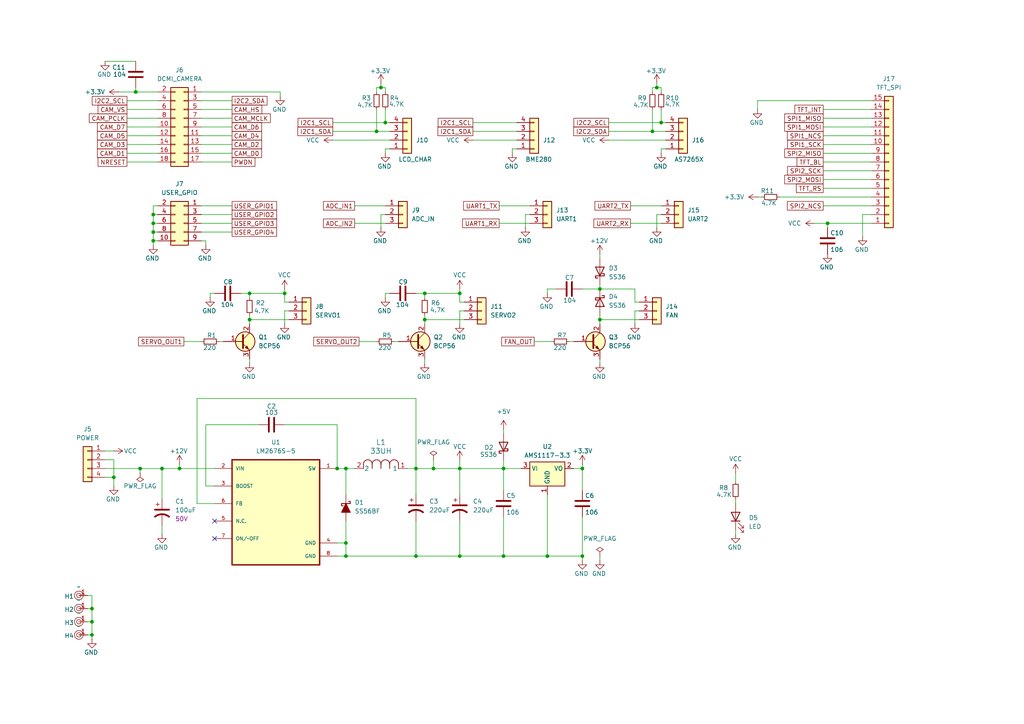
<source format=kicad_sch>
(kicad_sch (version 20250114) (generator "eeschema") (generator_version "9.0")
  (paper "A4")
  (junction (at 123.19 92.71))
  (junction (at 46.99 135.89))
  (junction (at 100.33 157.48))
  (junction (at 168.91 161.29))
  (junction (at 123.19 85.09))
  (junction (at 190.5 25.4))
  (junction (at 109.22 38.1))
  (junction (at 44.45 62.23))
  (junction (at 33.02 138.43))
  (junction (at 146.05 135.89))
  (junction (at 39.37 26.67))
  (junction (at 125.73 135.89))
  (junction (at 26.67 180.34))
  (junction (at 168.91 135.89))
  (junction (at 26.67 184.15))
  (junction (at 44.45 64.77))
  (junction (at 40.64 135.89))
  (junction (at 72.39 85.09))
  (junction (at 44.45 67.31))
  (junction (at 72.39 92.71))
  (junction (at 133.35 85.09))
  (junction (at 82.55 85.09))
  (junction (at 44.45 69.85))
  (junction (at 173.99 83.82))
  (junction (at 158.75 161.29))
  (junction (at 173.99 92.71))
  (junction (at 189.23 38.1))
  (junction (at 97.79 135.89))
  (junction (at 110.49 25.4))
  (junction (at 240.03 64.77))
  (junction (at 120.65 135.89))
  (junction (at 111.76 35.56))
  (junction (at 100.33 161.29))
  (junction (at 26.67 176.53))
  (junction (at 52.07 135.89))
  (junction (at 100.33 135.89))
  (junction (at 146.05 161.29))
  (junction (at 120.65 161.29))
  (junction (at 133.35 135.89))
  (junction (at 133.35 161.29))
  (junction (at 191.77 35.56))
  (no_connect (at 62.23 151.13))
  (no_connect (at 62.23 156.21))
  (wire (pts (xy 36.83 39.37) (xy 45.72 39.37)))
  (wire (pts (xy 226.06 57.15) (xy 252.73 57.15)))
  (wire (pts (xy 72.39 104.14) (xy 72.39 105.41)))
  (wire (pts (xy 133.35 83.82) (xy 133.35 85.09)))
  (wire (pts (xy 189.23 25.4) (xy 189.23 26.67)))
  (wire (pts (xy 190.5 66.04) (xy 190.5 62.23)))
  (wire (pts (xy 104.14 99.06) (xy 109.22 99.06)))
  (wire (pts (xy 111.76 85.09) (xy 111.76 86.36)))
  (wire (pts (xy 40.64 135.89) (xy 40.64 137.16)))
  (wire (pts (xy 168.91 142.24) (xy 168.91 135.89)))
  (wire (pts (xy 219.71 57.15) (xy 220.98 57.15)))
  (wire (pts (xy 191.77 59.69) (xy 182.88 59.69)))
  (wire (pts (xy 97.79 135.89) (xy 100.33 135.89)))
  (wire (pts (xy 113.03 43.18) (xy 111.76 43.18)))
  (wire (pts (xy 133.35 135.89) (xy 146.05 135.89)))
  (wire (pts (xy 44.45 62.23) (xy 44.45 64.77)))
  (wire (pts (xy 168.91 149.86) (xy 168.91 161.29)))
  (wire (pts (xy 30.48 130.81) (xy 33.02 130.81)))
  (wire (pts (xy 59.69 123.19) (xy 59.69 140.97)))
  (wire (pts (xy 111.76 59.69) (xy 102.87 59.69)))
  (wire (pts (xy 219.71 29.21) (xy 219.71 31.75)))
  (wire (pts (xy 63.5 99.06) (xy 64.77 99.06)))
  (wire (pts (xy 33.02 138.43) (xy 30.48 138.43)))
  (wire (pts (xy 39.37 26.67) (xy 45.72 26.67)))
  (wire (pts (xy 250.19 62.23) (xy 250.19 68.58)))
  (wire (pts (xy 69.85 85.09) (xy 72.39 85.09)))
  (wire (pts (xy 133.35 151.13) (xy 133.35 161.29)))
  (wire (pts (xy 149.86 43.18) (xy 148.59 43.18)))
  (wire (pts (xy 72.39 85.09) (xy 82.55 85.09)))
  (wire (pts (xy 26.67 176.53) (xy 26.67 180.34)))
  (wire (pts (xy 123.19 85.09) (xy 133.35 85.09)))
  (wire (pts (xy 190.5 25.4) (xy 189.23 25.4)))
  (wire (pts (xy 252.73 29.21) (xy 219.71 29.21)))
  (wire (pts (xy 67.31 39.37) (xy 58.42 39.37)))
  (wire (pts (xy 137.16 35.56) (xy 149.86 35.56)))
  (wire (pts (xy 82.55 85.09) (xy 82.55 87.63)))
  (wire (pts (xy 36.83 44.45) (xy 45.72 44.45)))
  (wire (pts (xy 123.19 92.71) (xy 123.19 93.98)))
  (wire (pts (xy 67.31 36.83) (xy 58.42 36.83)))
  (wire (pts (xy 148.59 43.18) (xy 148.59 44.45)))
  (wire (pts (xy 185.42 90.17) (xy 184.15 90.17)))
  (wire (pts (xy 252.73 41.91) (xy 238.76 41.91)))
  (wire (pts (xy 58.42 69.85) (xy 59.69 69.85)))
  (wire (pts (xy 173.99 91.44) (xy 173.99 92.71)))
  (wire (pts (xy 252.73 54.61) (xy 238.76 54.61)))
  (wire (pts (xy 30.48 133.35) (xy 33.02 133.35)))
  (wire (pts (xy 252.73 52.07) (xy 238.76 52.07)))
  (wire (pts (xy 25.4 176.53) (xy 26.67 176.53)))
  (wire (pts (xy 123.19 104.14) (xy 123.19 105.41)))
  (wire (pts (xy 97.79 157.48) (xy 100.33 157.48)))
  (wire (pts (xy 44.45 59.69) (xy 44.45 62.23)))
  (wire (pts (xy 111.76 25.4) (xy 110.49 25.4)))
  (wire (pts (xy 44.45 67.31) (xy 45.72 67.31)))
  (wire (pts (xy 82.55 83.82) (xy 82.55 85.09)))
  (wire (pts (xy 44.45 62.23) (xy 45.72 62.23)))
  (wire (pts (xy 120.65 135.89) (xy 120.65 115.57)))
  (wire (pts (xy 120.65 135.89) (xy 125.73 135.89)))
  (wire (pts (xy 193.04 40.64) (xy 176.53 40.64)))
  (wire (pts (xy 168.91 83.82) (xy 173.99 83.82)))
  (wire (pts (xy 100.33 135.89) (xy 102.87 135.89)))
  (wire (pts (xy 46.99 135.89) (xy 52.07 135.89)))
  (wire (pts (xy 123.19 92.71) (xy 134.62 92.71)))
  (wire (pts (xy 46.99 135.89) (xy 46.99 144.78)))
  (wire (pts (xy 168.91 161.29) (xy 158.75 161.29)))
  (wire (pts (xy 72.39 86.36) (xy 72.39 85.09)))
  (wire (pts (xy 190.5 62.23) (xy 191.77 62.23)))
  (wire (pts (xy 114.3 99.06) (xy 115.57 99.06)))
  (wire (pts (xy 44.45 69.85) (xy 45.72 69.85)))
  (wire (pts (xy 25.4 180.34) (xy 26.67 180.34)))
  (wire (pts (xy 82.55 123.19) (xy 97.79 123.19)))
  (wire (pts (xy 44.45 64.77) (xy 44.45 67.31)))
  (wire (pts (xy 252.73 31.75) (xy 238.76 31.75)))
  (wire (pts (xy 173.99 83.82) (xy 184.15 83.82)))
  (wire (pts (xy 67.31 41.91) (xy 58.42 41.91)))
  (wire (pts (xy 134.62 90.17) (xy 133.35 90.17)))
  (wire (pts (xy 83.82 90.17) (xy 82.55 90.17)))
  (wire (pts (xy 72.39 91.44) (xy 72.39 92.71)))
  (wire (pts (xy 44.45 64.77) (xy 45.72 64.77)))
  (wire (pts (xy 26.67 184.15) (xy 26.67 185.42)))
  (wire (pts (xy 110.49 62.23) (xy 110.49 66.04)))
  (wire (pts (xy 113.03 35.56) (xy 111.76 35.56)))
  (wire (pts (xy 59.69 140.97) (xy 62.23 140.97)))
  (wire (pts (xy 26.67 180.34) (xy 26.67 184.15)))
  (wire (pts (xy 153.67 64.77) (xy 144.78 64.77)))
  (wire (pts (xy 193.04 35.56) (xy 191.77 35.56)))
  (wire (pts (xy 120.65 135.89) (xy 120.65 143.51)))
  (wire (pts (xy 110.49 24.13) (xy 110.49 25.4)))
  (wire (pts (xy 30.48 135.89) (xy 40.64 135.89)))
  (wire (pts (xy 190.5 24.13) (xy 190.5 25.4)))
  (wire (pts (xy 82.55 90.17) (xy 82.55 93.98)))
  (wire (pts (xy 123.19 86.36) (xy 123.19 85.09)))
  (wire (pts (xy 213.36 144.78) (xy 213.36 146.05)))
  (wire (pts (xy 67.31 59.69) (xy 58.42 59.69)))
  (wire (pts (xy 39.37 25.4) (xy 39.37 26.67)))
  (wire (pts (xy 36.83 31.75) (xy 45.72 31.75)))
  (wire (pts (xy 109.22 31.75) (xy 109.22 38.1)))
  (wire (pts (xy 193.04 38.1) (xy 189.23 38.1)))
  (wire (pts (xy 120.65 85.09) (xy 123.19 85.09)))
  (wire (pts (xy 67.31 31.75) (xy 58.42 31.75)))
  (wire (pts (xy 118.11 135.89) (xy 120.65 135.89)))
  (wire (pts (xy 40.64 135.89) (xy 46.99 135.89)))
  (wire (pts (xy 36.83 34.29) (xy 45.72 34.29)))
  (wire (pts (xy 184.15 90.17) (xy 184.15 93.98)))
  (wire (pts (xy 67.31 67.31) (xy 58.42 67.31)))
  (wire (pts (xy 134.62 87.63) (xy 133.35 87.63)))
  (wire (pts (xy 97.79 123.19) (xy 97.79 135.89)))
  (wire (pts (xy 173.99 92.71) (xy 173.99 93.98)))
  (wire (pts (xy 185.42 87.63) (xy 184.15 87.63)))
  (wire (pts (xy 252.73 49.53) (xy 238.76 49.53)))
  (wire (pts (xy 57.15 115.57) (xy 57.15 146.05)))
  (wire (pts (xy 26.67 172.72) (xy 26.67 176.53)))
  (wire (pts (xy 44.45 67.31) (xy 44.45 69.85)))
  (wire (pts (xy 83.82 87.63) (xy 82.55 87.63)))
  (wire (pts (xy 111.76 43.18) (xy 111.76 44.45)))
  (wire (pts (xy 111.76 26.67) (xy 111.76 25.4)))
  (wire (pts (xy 113.03 40.64) (xy 96.52 40.64)))
  (wire (pts (xy 173.99 161.29) (xy 173.99 162.56)))
  (wire (pts (xy 152.4 62.23) (xy 153.67 62.23)))
  (wire (pts (xy 252.73 62.23) (xy 250.19 62.23)))
  (wire (pts (xy 111.76 62.23) (xy 110.49 62.23)))
  (wire (pts (xy 52.07 135.89) (xy 62.23 135.89)))
  (wire (pts (xy 133.35 135.89) (xy 133.35 143.51)))
  (wire (pts (xy 191.77 31.75) (xy 191.77 35.56)))
  (wire (pts (xy 252.73 59.69) (xy 238.76 59.69)))
  (wire (pts (xy 168.91 134.62) (xy 168.91 135.89)))
  (wire (pts (xy 125.73 133.35) (xy 125.73 135.89)))
  (wire (pts (xy 53.34 99.06) (xy 58.42 99.06)))
  (wire (pts (xy 109.22 38.1) (xy 113.03 38.1)))
  (wire (pts (xy 33.02 133.35) (xy 33.02 138.43)))
  (wire (pts (xy 191.77 26.67) (xy 191.77 25.4)))
  (wire (pts (xy 109.22 25.4) (xy 109.22 26.67)))
  (wire (pts (xy 72.39 92.71) (xy 72.39 93.98)))
  (wire (pts (xy 252.73 46.99) (xy 238.76 46.99)))
  (wire (pts (xy 146.05 135.89) (xy 146.05 142.24)))
  (wire (pts (xy 146.05 124.46) (xy 146.05 125.73)))
  (wire (pts (xy 96.52 38.1) (xy 109.22 38.1)))
  (wire (pts (xy 57.15 146.05) (xy 62.23 146.05)))
  (wire (pts (xy 240.03 64.77) (xy 236.22 64.77)))
  (wire (pts (xy 25.4 172.72) (xy 26.67 172.72)))
  (wire (pts (xy 149.86 40.64) (xy 137.16 40.64)))
  (wire (pts (xy 60.96 85.09) (xy 60.96 86.36)))
  (wire (pts (xy 133.35 90.17) (xy 133.35 93.98)))
  (wire (pts (xy 252.73 36.83) (xy 238.76 36.83)))
  (wire (pts (xy 168.91 135.89) (xy 166.37 135.89)))
  (wire (pts (xy 67.31 34.29) (xy 58.42 34.29)))
  (wire (pts (xy 153.67 59.69) (xy 144.78 59.69)))
  (wire (pts (xy 173.99 73.66) (xy 173.99 74.93)))
  (wire (pts (xy 72.39 92.71) (xy 83.82 92.71)))
  (wire (pts (xy 240.03 64.77) (xy 240.03 66.04)))
  (wire (pts (xy 36.83 41.91) (xy 45.72 41.91)))
  (wire (pts (xy 58.42 29.21) (xy 67.31 29.21)))
  (wire (pts (xy 173.99 92.71) (xy 185.42 92.71)))
  (wire (pts (xy 191.77 64.77) (xy 182.88 64.77)))
  (wire (pts (xy 252.73 64.77) (xy 240.03 64.77)))
  (wire (pts (xy 133.35 133.35) (xy 133.35 135.89)))
  (wire (pts (xy 189.23 31.75) (xy 189.23 38.1)))
  (wire (pts (xy 100.33 143.51) (xy 100.33 135.89)))
  (wire (pts (xy 44.45 69.85) (xy 44.45 71.12)))
  (wire (pts (xy 252.73 34.29) (xy 238.76 34.29)))
  (wire (pts (xy 125.73 135.89) (xy 133.35 135.89)))
  (wire (pts (xy 59.69 69.85) (xy 59.69 71.12)))
  (wire (pts (xy 100.33 161.29) (xy 100.33 157.48)))
  (wire (pts (xy 52.07 134.62) (xy 52.07 135.89)))
  (wire (pts (xy 81.28 27.94) (xy 81.28 26.67)))
  (wire (pts (xy 36.83 46.99) (xy 45.72 46.99)))
  (wire (pts (xy 111.76 35.56) (xy 96.52 35.56)))
  (wire (pts (xy 100.33 157.48) (xy 100.33 151.13)))
  (wire (pts (xy 36.83 36.83) (xy 45.72 36.83)))
  (wire (pts (xy 184.15 83.82) (xy 184.15 87.63)))
  (wire (pts (xy 158.75 83.82) (xy 158.75 85.09)))
  (wire (pts (xy 110.49 25.4) (xy 109.22 25.4)))
  (wire (pts (xy 81.28 26.67) (xy 58.42 26.67)))
  (wire (pts (xy 113.03 85.09) (xy 111.76 85.09)))
  (wire (pts (xy 30.48 17.78) (xy 39.37 17.78)))
  (wire (pts (xy 165.1 99.06) (xy 166.37 99.06)))
  (wire (pts (xy 213.36 137.16) (xy 213.36 139.7)))
  (wire (pts (xy 111.76 31.75) (xy 111.76 35.56)))
  (wire (pts (xy 120.65 151.13) (xy 120.65 161.29)))
  (wire (pts (xy 146.05 133.35) (xy 146.05 135.89)))
  (wire (pts (xy 62.23 85.09) (xy 60.96 85.09)))
  (wire (pts (xy 33.02 140.97) (xy 33.02 138.43)))
  (wire (pts (xy 191.77 25.4) (xy 190.5 25.4)))
  (wire (pts (xy 189.23 38.1) (xy 176.53 38.1)))
  (wire (pts (xy 67.31 46.99) (xy 58.42 46.99)))
  (wire (pts (xy 191.77 43.18) (xy 191.77 44.45)))
  (wire (pts (xy 168.91 161.29) (xy 168.91 162.56)))
  (wire (pts (xy 45.72 59.69) (xy 44.45 59.69)))
  (wire (pts (xy 137.16 38.1) (xy 149.86 38.1)))
  (wire (pts (xy 102.87 64.77) (xy 111.76 64.77)))
  (wire (pts (xy 252.73 39.37) (xy 238.76 39.37)))
  (wire (pts (xy 67.31 64.77) (xy 58.42 64.77)))
  (wire (pts (xy 173.99 104.14) (xy 173.99 105.41)))
  (wire (pts (xy 158.75 161.29) (xy 146.05 161.29)))
  (wire (pts (xy 46.99 152.4) (xy 46.99 154.94)))
  (wire (pts (xy 154.94 99.06) (xy 160.02 99.06)))
  (wire (pts (xy 146.05 149.86) (xy 146.05 161.29)))
  (wire (pts (xy 123.19 91.44) (xy 123.19 92.71)))
  (wire (pts (xy 25.4 184.15) (xy 26.67 184.15)))
  (wire (pts (xy 133.35 161.29) (xy 120.65 161.29)))
  (wire (pts (xy 158.75 143.51) (xy 158.75 161.29)))
  (wire (pts (xy 193.04 43.18) (xy 191.77 43.18)))
  (wire (pts (xy 120.65 115.57) (xy 57.15 115.57)))
  (wire (pts (xy 67.31 44.45) (xy 58.42 44.45)))
  (wire (pts (xy 97.79 161.29) (xy 100.33 161.29)))
  (wire (pts (xy 252.73 44.45) (xy 238.76 44.45)))
  (wire (pts (xy 146.05 135.89) (xy 151.13 135.89)))
  (wire (pts (xy 120.65 161.29) (xy 100.33 161.29)))
  (wire (pts (xy 213.36 153.67) (xy 213.36 154.94)))
  (wire (pts (xy 173.99 82.55) (xy 173.99 83.82)))
  (wire (pts (xy 152.4 66.04) (xy 152.4 62.23)))
  (wire (pts (xy 67.31 62.23) (xy 58.42 62.23)))
  (wire (pts (xy 74.93 123.19) (xy 59.69 123.19)))
  (wire (pts (xy 161.29 83.82) (xy 158.75 83.82)))
  (wire (pts (xy 191.77 35.56) (xy 176.53 35.56)))
  (wire (pts (xy 146.05 161.29) (xy 133.35 161.29)))
  (wire (pts (xy 36.83 29.21) (xy 45.72 29.21)))
  (wire (pts (xy 34.29 26.67) (xy 39.37 26.67)))
  (wire (pts (xy 133.35 85.09) (xy 133.35 87.63)))
  (global_label "SPI1_MISO" (shape passive) (at 238.76 34.29 180) (property "Intersheetrefs" "${INTERSHEET_REFS}" (effects (hide yes))))
  (global_label "CAM_D0" (shape passive) (at 67.31 44.45 0) (property "Intersheetrefs" "${INTERSHEET_REFS}" (effects (hide yes))))
  (global_label "USER_GPIO4" (shape passive) (at 67.31 67.31 0) (property "Intersheetrefs" "${INTERSHEET_REFS}" (effects (hide yes))))
  (global_label "ADC_IN1" (shape passive) (at 102.87 59.69 180) (property "Intersheetrefs" "${INTERSHEET_REFS}" (effects (hide yes))))
  (global_label "USER_GPIO2" (shape passive) (at 67.31 62.23 0) (property "Intersheetrefs" "${INTERSHEET_REFS}" (effects (hide yes))))
  (global_label "CAM_D6" (shape passive) (at 67.31 36.83 0) (property "Intersheetrefs" "${INTERSHEET_REFS}" (effects (hide yes))))
  (global_label "UART1_TX" (shape passive) (at 144.78 59.69 180) (property "Intersheetrefs" "${INTERSHEET_REFS}" (effects (hide yes))))
  (global_label "I2C1_SCL" (shape passive) (at 137.16 35.56 180) (property "Intersheetrefs" "${INTERSHEET_REFS}" (effects (hide yes))))
  (global_label "UART2_TX" (shape passive) (at 182.88 59.69 180) (property "Intersheetrefs" "${INTERSHEET_REFS}" (effects (hide yes))))
  (global_label "SPI1_SCK" (shape passive) (at 238.76 41.91 180) (property "Intersheetrefs" "${INTERSHEET_REFS}" (effects (hide yes))))
  (global_label "CAM_D1" (shape passive) (at 36.83 44.45 180) (property "Intersheetrefs" "${INTERSHEET_REFS}" (effects (hide yes))))
  (global_label "SPI1_MOSI" (shape passive) (at 238.76 36.83 180) (property "Intersheetrefs" "${INTERSHEET_REFS}" (effects (hide yes))))
  (global_label "CAM_D3" (shape passive) (at 36.83 41.91 180) (property "Intersheetrefs" "${INTERSHEET_REFS}" (effects (hide yes))))
  (global_label "CAM_VS" (shape passive) (at 36.83 31.75 180) (property "Intersheetrefs" "${INTERSHEET_REFS}" (effects (hide yes))))
  (global_label "I2C1_SCL" (shape passive) (at 96.52 35.56 180) (property "Intersheetrefs" "${INTERSHEET_REFS}" (effects (hide yes))))
  (global_label "CAM_HS" (shape passive) (at 67.31 31.75 0) (property "Intersheetrefs" "${INTERSHEET_REFS}" (effects (hide yes))))
  (global_label "SPI2_SCK" (shape passive) (at 238.76 49.53 180) (property "Intersheetrefs" "${INTERSHEET_REFS}" (effects (hide yes))))
  (global_label "I2C2_SDA" (shape passive) (at 67.31 29.21 0) (property "Intersheetrefs" "${INTERSHEET_REFS}" (effects (hide yes))))
  (global_label "CAM_PCLK" (shape passive) (at 36.83 34.29 180) (property "Intersheetrefs" "${INTERSHEET_REFS}" (effects (hide yes))))
  (global_label "I2C1_SDA" (shape passive) (at 137.16 38.1 180) (property "Intersheetrefs" "${INTERSHEET_REFS}" (effects (hide yes))))
  (global_label "USER_GPIO1" (shape passive) (at 67.31 59.69 0) (property "Intersheetrefs" "${INTERSHEET_REFS}" (effects (hide yes))))
  (global_label "PWDN" (shape passive) (at 67.31 46.99 0) (property "Intersheetrefs" "${INTERSHEET_REFS}" (effects (hide yes))))
  (global_label "SPI2_NCS" (shape passive) (at 238.76 59.69 180) (property "Intersheetrefs" "${INTERSHEET_REFS}" (effects (hide yes))))
  (global_label "TFT_INT" (shape passive) (at 238.76 31.75 180) (property "Intersheetrefs" "${INTERSHEET_REFS}" (effects (hide yes))))
  (global_label "TFT_RS" (shape passive) (at 238.76 54.61 180) (property "Intersheetrefs" "${INTERSHEET_REFS}" (effects (hide yes))))
  (global_label "USER_GPIO3" (shape passive) (at 67.31 64.77 0) (property "Intersheetrefs" "${INTERSHEET_REFS}" (effects (hide yes))))
  (global_label "I2C1_SDA" (shape passive) (at 96.52 38.1 180) (property "Intersheetrefs" "${INTERSHEET_REFS}" (effects (hide yes))))
  (global_label "NRESET" (shape passive) (at 36.83 46.99 180) (property "Intersheetrefs" "${INTERSHEET_REFS}" (effects (hide yes))))
  (global_label "CAM_D2" (shape passive) (at 67.31 41.91 0) (property "Intersheetrefs" "${INTERSHEET_REFS}" (effects (hide yes))))
  (global_label "CAM_D4" (shape passive) (at 67.31 39.37 0) (property "Intersheetrefs" "${INTERSHEET_REFS}" (effects (hide yes))))
  (global_label "I2C2_SCL" (shape passive) (at 176.53 35.56 180) (property "Intersheetrefs" "${INTERSHEET_REFS}" (effects (hide yes))))
  (global_label "CAM_D5" (shape passive) (at 36.83 39.37 180) (property "Intersheetrefs" "${INTERSHEET_REFS}" (effects (hide yes))))
  (global_label "ADC_IN2" (shape passive) (at 102.87 64.77 180) (property "Intersheetrefs" "${INTERSHEET_REFS}" (effects (hide yes))))
  (global_label "I2C2_SDA" (shape passive) (at 176.53 38.1 180) (property "Intersheetrefs" "${INTERSHEET_REFS}" (effects (hide yes))))
  (global_label "UART1_RX" (shape passive) (at 144.78 64.77 180) (property "Intersheetrefs" "${INTERSHEET_REFS}" (effects (hide yes))))
  (global_label "SPI2_MISO" (shape passive) (at 238.76 44.45 180) (property "Intersheetrefs" "${INTERSHEET_REFS}" (effects (hide yes))))
  (global_label "SERVO_OUT2" (shape passive) (at 104.14 99.06 180) (property "Intersheetrefs" "${INTERSHEET_REFS}" (effects (hide yes))))
  (global_label "SPI1_NCS" (shape passive) (at 238.76 39.37 180) (property "Intersheetrefs" "${INTERSHEET_REFS}" (effects (hide yes))))
  (global_label "SPI2_MOSI" (shape passive) (at 238.76 52.07 180) (property "Intersheetrefs" "${INTERSHEET_REFS}" (effects (hide yes))))
  (global_label "I2C2_SCL" (shape passive) (at 36.83 29.21 180) (property "Intersheetrefs" "${INTERSHEET_REFS}" (effects (hide yes))))
  (global_label "FAN_OUT" (shape passive) (at 154.94 99.06 180) (property "Intersheetrefs" "${INTERSHEET_REFS}" (effects (hide yes))))
  (global_label "CAM_D7" (shape passive) (at 36.83 36.83 180) (property "Intersheetrefs" "${INTERSHEET_REFS}" (effects (hide yes))))
  (global_label "SERVO_OUT1" (shape passive) (at 53.34 99.06 180) (property "Intersheetrefs" "${INTERSHEET_REFS}" (effects (hide yes))))
  (global_label "CAM_MCLK" (shape passive) (at 67.31 34.29 0) (property "Intersheetrefs" "${INTERSHEET_REFS}" (effects (hide yes))))
  (global_label "TFT_BL" (shape passive) (at 238.76 46.99 180) (property "Intersheetrefs" "${INTERSHEET_REFS}" (effects (hide yes))))
  (global_label "UART2_RX" (shape passive) (at 182.88 64.77 180) (property "Intersheetrefs" "${INTERSHEET_REFS}" (effects (hide yes))))
  (symbol (lib_id "EggClassifier:Conn_01x04") (at 118.11 40.64 0) (mirror x) (unit 1)
    (property "Reference" "J10" (at 120.65 40.6401 0) (effects (justify left)))
    (property "Value" "LCD_CHAR" (at 115.57 46.228 0) (effects (justify left)))
    (property "Footprint" "Connector_PinHeader_2.54mm:PinHeader_1x04_P2.54mm_Vertical" (effects (hide yes)))
    (property "Description" "Generic connector, single row, 01x04, script generated (kicad-library-utils/schlib/autogen/connector/)" (effects (hide yes)))
  )
  (symbol (lib_id "EggClassifier:SS56BF") (at 100.33 147.32 90) (unit 1)
    (property "Reference" "D1" (at 102.87 145.7324 90) (effects (justify right)))
    (property "Value" "SS56BF" (at 102.87 148.2724 90) (effects (justify right)))
    (property "Footprint" "Diode_SMD:D_SMB_Handsoldering" (effects (hide yes)))
    (property "Datasheet" "https://www.tme.eu/Document/6412ffdaeed322d7a1a1f8a5a897e17d/SS52BF_SER.pdf" (effects (hide yes)))
    (property "Description" "SMBFL Schottky diode, 60V, 5A, Alternate KiCAD Library" (effects (hide yes)))
  )
  (symbol (lib_id "LM2676S-3.3_NOPB:GND") (at 148.59 44.45 0) (unit 1)
    (property "Reference" "#PWR040" (effects (hide yes)))
    (property "Value" "GND" (at 148.336 48.26 0))
    (property "Description" "Power symbol creates a global label with name \"GND\" , ground" (effects (hide yes)))
  )
  (symbol (lib_id "EggClassifier:BCP56") (at 120.65 99.06 0) (unit 1)
    (property "Reference" "Q2" (at 125.73 97.7899 0) (effects (justify left)))
    (property "Value" "BCP56" (at 125.73 100.3299 0) (effects (justify left)))
    (property "Footprint" "PCM_Package_TO_SOT_SMD_AKL:SOT-223-3_TabPin2" (effects (hide yes)))
    (property "Datasheet" "https://www.tme.eu/Document/9f648c7400c8a9dc245c9deb941956b8/BCP56-10.115.pdf" (effects (hide yes)))
    (property "Description" "NPN SOT-223 transistor, 80V, 1A, 0.65W, Alternate KiCAD Library" (effects (hide yes)))
  )
  (symbol (lib_id "EggClassifier:Conn_01x04") (at 25.4 133.35 0) (mirror y) (unit 1)
    (property "Reference" "J5" (at 25.4 124.46 0))
    (property "Value" "POWER" (at 25.4 127 0))
    (property "Footprint" "Connector_PinHeader_2.54mm:PinHeader_1x04_P2.54mm_Vertical" (effects (hide yes)))
    (property "Description" "Generic connector, single row, 01x04, script generated (kicad-library-utils/schlib/autogen/connector/)" (effects (hide yes)))
  )
  (symbol (lib_id "EggClassifier:Mounting Hole, 3mm, Via Stiched") (at 22.86 176.53 0) (mirror y) (unit 1)
    (property "Reference" "H2" (at 20.066 176.784 0))
    (property "Value" "~" (at 22.86 173.99 0))
    (property "Footprint" "PCM_JLCPCB:Hole, 3mm" (effects (hide yes)))
  )
  (symbol (lib_id "EggClassifier:R_Small") (at 123.19 88.9 0) (unit 1)
    (property "Reference" "R6" (at 124.968 87.884 0) (effects (justify left)))
    (property "Value" "4.7K" (at 124.714 89.916 0) (effects (justify left)))
    (property "Footprint" "Resistor_SMD:R_0805_2012Metric_Pad1.20x1.40mm_HandSolder" (effects (hide yes)))
    (property "Description" "Resistor, small symbol" (effects (hide yes)))
  )
  (symbol (lib_id "EggClassifier:C") (at 116.84 85.09 270) (unit 1)
    (property "Reference" "C9" (at 115.57 81.788 90) (effects (justify left)))
    (property "Value" "104" (at 114.808 88.392 90) (effects (justify left)))
    (property "Footprint" "Capacitor_SMD:C_0805_2012Metric_Pad1.18x1.45mm_HandSolder" (effects (hide yes)))
    (property "Description" "Unpolarized capacitor" (effects (hide yes)))
  )
  (symbol (lib_id "EggClassifier:C_Polarized") (at 46.99 148.59 0) (unit 1)
    (property "Reference" "C1" (at 50.8 145.4149 0) (effects (justify left)))
    (property "Value" "100uF" (at 50.8 147.9549 0) (effects (justify left)))
    (property "Footprint" "Capacitor_THT:CP_Radial_D8.0mm_P3.50mm" (effects (hide yes)))
    (property "Datasheet" "[link text](https://cdn.sparkfun.com/assets/8/a/4/a/5/Kemet_Capacitor_Datasheet.pdf)" (effects (hide yes)))
    (property "Description" "Polarized capacitor, US symbol" (effects (hide yes)))
    (property "PROD_ID" "CAP-00000" (effects (hide yes)))
    (property "Tolerance" "100%" (effects (hide yes)))
    (property "Voltage" "50V" (at 50.8 150.4949 0) (effects (justify left)))
  )
  (symbol (lib_id "LM2676S-3.3_NOPB:+3.3V") (at 190.5 24.13 0) (unit 1)
    (property "Reference" "#PWR050" (effects (hide yes)))
    (property "Value" "+3.3V" (at 190.246 20.574 0))
    (property "Description" "Power symbol creates a global label with name \"+3.3V\"" (effects (hide yes)))
  )
  (symbol (lib_id "LM2676S-3.3_NOPB:PWR_FLAG") (at 173.99 161.29 0) (unit 1)
    (property "Reference" "#FLG01" (effects (hide yes)))
    (property "Value" "PWR_FLAG" (at 173.99 156.21 0))
    (property "Description" "Special symbol for telling ERC where power comes from" (effects (hide yes)))
  )
  (symbol (lib_id "LM2676S-3.3_NOPB:GND") (at 111.76 44.45 0) (unit 1)
    (property "Reference" "#PWR033" (effects (hide yes)))
    (property "Value" "GND" (at 111.506 48.26 0))
    (property "Description" "Power symbol creates a global label with name \"GND\" , ground" (effects (hide yes)))
  )
  (symbol (lib_id "LM2676S-3.3_NOPB:GND") (at 173.99 105.41 0) (unit 1)
    (property "Reference" "#PWR045" (effects (hide yes)))
    (property "Value" "GND" (at 173.736 109.22 0))
    (property "Description" "Power symbol creates a global label with name \"GND\" , ground" (effects (hide yes)))
  )
  (symbol (lib_id "EggClassifier:C_Polarized_US") (at 133.35 147.32 0) (unit 1)
    (property "Reference" "C4" (at 137.16 145.4149 0) (effects (justify left)))
    (property "Value" "220uF" (at 137.16 147.9549 0) (effects (justify left)))
    (property "Footprint" "Capacitor_THT:CP_Radial_D8.0mm_P3.50mm" (effects (hide yes)))
    (property "Description" "Polarized capacitor, US symbol" (effects (hide yes)))
  )
  (symbol (lib_id "EggClassifier:SS36") (at 173.99 87.63 270) (unit 1)
    (property "Reference" "D4" (at 176.53 86.0424 90) (effects (justify left)))
    (property "Value" "SS36" (at 176.53 88.5824 90) (effects (justify left)))
    (property "Footprint" "Diode_SMD:D_SMA_Handsoldering" (effects (hide yes)))
    (property "Datasheet" "https://www.vishay.com/docs/88751/ss32.pdf" (effects (hide yes)))
    (property "Description" "60V 3A Schottky Diode, SMA" (effects (hide yes)))
  )
  (symbol (lib_id "LM2676S-3.3_NOPB:GND") (at 81.28 27.94 0) (unit 1)
    (property "Reference" "#PWR027" (effects (hide yes)))
    (property "Value" "GND" (at 81.026 31.75 0))
    (property "Description" "Power symbol creates a global label with name \"GND\" , ground" (effects (hide yes)))
  )
  (symbol (lib_id "LM2676S-3.3_NOPB:+3.3V") (at 96.52 40.64 90) (unit 1)
    (property "Reference" "#PWR030" (effects (hide yes)))
    (property "Value" "VCC" (at 92.71 40.6399 90) (effects (justify left)))
    (property "Description" "Power symbol creates a global label with name \"+3.3V\"" (effects (hide yes)))
  )
  (symbol (lib_id "EggClassifier:Conn_01x03") (at 190.5 90.17 0) (unit 1)
    (property "Reference" "J14" (at 193.04 88.8999 0) (effects (justify left)))
    (property "Value" "FAN" (at 193.04 91.4399 0) (effects (justify left)))
    (property "Footprint" "Connector_PinHeader_2.54mm:PinHeader_1x03_P2.54mm_Vertical" (effects (hide yes)))
    (property "Description" "Generic connector, single row, 01x03, script generated (kicad-library-utils/schlib/autogen/connector/)" (effects (hide yes)))
  )
  (symbol (lib_id "LM2676S-3.3_NOPB:GND") (at 184.15 93.98 0) (unit 1)
    (property "Reference" "#PWR047" (effects (hide yes)))
    (property "Value" "GND" (at 183.896 97.79 0))
    (property "Description" "Power symbol creates a global label with name \"GND\" , ground" (effects (hide yes)))
  )
  (symbol (lib_id "LM2676S-3.3_NOPB:GND") (at 191.77 44.45 0) (unit 1)
    (property "Reference" "#PWR052" (effects (hide yes)))
    (property "Value" "GND" (at 191.516 48.26 0))
    (property "Description" "Power symbol creates a global label with name \"GND\" , ground" (effects (hide yes)))
  )
  (symbol (lib_id "EggClassifier:Conn_01x04") (at 198.12 40.64 0) (mirror x) (unit 1)
    (property "Reference" "J16" (at 200.66 40.6401 0) (effects (justify left)))
    (property "Value" "AS7265X" (at 195.58 46.228 0) (effects (justify left)))
    (property "Footprint" "Connector_PinHeader_2.54mm:PinHeader_1x04_P2.54mm_Vertical" (effects (hide yes)))
    (property "Description" "Generic connector, single row, 01x04, script generated (kicad-library-utils/schlib/autogen/connector/)" (effects (hide yes)))
  )
  (symbol (lib_id "LM2676S-3.3_NOPB:GND") (at 46.99 154.94 0) (unit 1)
    (property "Reference" "#PWR023" (effects (hide yes)))
    (property "Value" "GND" (at 46.736 158.75 0))
    (property "Description" "Power symbol creates a global label with name \"GND\" , ground" (effects (hide yes)))
  )
  (symbol (lib_id "LM2676S-3.3_NOPB:+5V") (at 146.05 124.46 0) (unit 1)
    (property "Reference" "#PWR039" (effects (hide yes)))
    (property "Value" "+5V" (at 146.05 119.38 0))
    (property "Description" "Power symbol creates a global label with name \"+5V\"" (effects (hide yes)))
  )
  (symbol (lib_id "EggClassifier:Conn_01x04") (at 154.94 40.64 0) (mirror x) (unit 1)
    (property "Reference" "J12" (at 157.48 40.6401 0) (effects (justify left)))
    (property "Value" "BME280" (at 152.4 46.228 0) (effects (justify left)))
    (property "Footprint" "Connector_PinHeader_2.54mm:PinHeader_1x04_P2.54mm_Vertical" (effects (hide yes)))
    (property "Description" "Generic connector, single row, 01x04, script generated (kicad-library-utils/schlib/autogen/connector/)" (effects (hide yes)))
  )
  (symbol (lib_id "LM2676S-3.3_NOPB:PWR_FLAG") (at 40.64 137.16 180) (unit 1)
    (property "Reference" "#FLG03" (effects (hide yes)))
    (property "Value" "PWR_FLAG" (at 40.64 140.97 0))
    (property "Description" "Special symbol for telling ERC where power comes from" (effects (hide yes)))
  )
  (symbol (lib_id "LM2676S-3.3_NOPB:GND") (at 111.76 86.36 0) (unit 1)
    (property "Reference" "#PWR059" (effects (hide yes)))
    (property "Value" "GND" (at 111.506 90.17 0))
    (property "Description" "Power symbol creates a global label with name \"GND\" , ground" (effects (hide yes)))
  )
  (symbol (lib_id "LM2676S-3.3_NOPB:GND") (at 173.99 162.56 0) (unit 1)
    (property "Reference" "#PWR069" (effects (hide yes)))
    (property "Value" "GND" (at 173.736 166.37 0))
    (property "Description" "Power symbol creates a global label with name \"GND\" , ground" (effects (hide yes)))
  )
  (symbol (lib_id "power:+12V") (at 173.99 73.66 0) (unit 1)
    (property "Reference" "#PWR044" (effects (hide yes)))
    (property "Value" "+12V" (at 173.736 69.85 0))
    (property "Description" "Power symbol creates a global label with name \"+12V\"" (effects (hide yes)))
  )
  (symbol (lib_id "EggClassifier:Mounting Hole, 3mm, Via Stiched") (at 22.86 180.34 0) (mirror y) (unit 1)
    (property "Reference" "H3" (at 20.066 180.594 0))
    (property "Value" "~" (at 22.86 177.8 0))
    (property "Footprint" "PCM_JLCPCB:Hole, 3mm" (effects (hide yes)))
  )
  (symbol (lib_id "LM2676S-3.3_NOPB:+3.3V") (at 137.16 40.64 90) (unit 1)
    (property "Reference" "#PWR038" (effects (hide yes)))
    (property "Value" "VCC" (at 133.35 40.6399 90) (effects (justify left)))
    (property "Description" "Power symbol creates a global label with name \"+3.3V\"" (effects (hide yes)))
  )
  (symbol (lib_id "EggClassifier:SS36") (at 173.99 78.74 90) (unit 1)
    (property "Reference" "D3" (at 176.53 77.7874 90) (effects (justify right)))
    (property "Value" "SS36" (at 176.53 80.3274 90) (effects (justify right)))
    (property "Footprint" "Diode_SMD:D_SMA_Handsoldering" (effects (hide yes)))
    (property "Datasheet" "https://www.vishay.com/docs/88751/ss32.pdf" (effects (hide yes)))
    (property "Description" "60V 3A Schottky Diode, SMA" (effects (hide yes)))
  )
  (symbol (lib_id "LM2676S-3.3_NOPB:GND") (at 213.36 154.94 0) (unit 1)
    (property "Reference" "#PWR049" (effects (hide yes)))
    (property "Value" "GND" (at 213.106 158.75 0))
    (property "Description" "Power symbol creates a global label with name \"GND\" , ground" (effects (hide yes)))
  )
  (symbol (lib_id "EggClassifier:Conn_01x03") (at 88.9 90.17 0) (unit 1)
    (property "Reference" "J8" (at 91.44 88.8999 0) (effects (justify left)))
    (property "Value" "SERVO1" (at 91.44 91.4399 0) (effects (justify left)))
    (property "Footprint" "Connector_PinHeader_2.54mm:PinHeader_1x03_P2.54mm_Vertical" (effects (hide yes)))
    (property "Description" "Generic connector, single row, 01x03, script generated (kicad-library-utils/schlib/autogen/connector/)" (effects (hide yes)))
  )
  (symbol (lib_id "LM2676S-3.3_NOPB:GND") (at 26.67 185.42 0) (unit 1)
    (property "Reference" "#PWR018" (effects (hide yes)))
    (property "Value" "GND" (at 26.416 189.23 0))
    (property "Description" "Power symbol creates a global label with name \"GND\" , ground" (effects (hide yes)))
  )
  (symbol (lib_id "EggClassifier:R_Small") (at 72.39 88.9 0) (unit 1)
    (property "Reference" "R2" (at 74.168 87.884 0) (effects (justify left)))
    (property "Value" "4.7K" (at 73.66 90.17 0) (effects (justify left)))
    (property "Footprint" "Resistor_SMD:R_0805_2012Metric_Pad1.20x1.40mm_HandSolder" (effects (hide yes)))
    (property "Description" "Resistor, small symbol" (effects (hide yes)))
  )
  (symbol (lib_id "LM2676S-3.3_NOPB:+3.3V") (at 34.29 26.67 90) (unit 1)
    (property "Reference" "#PWR021" (effects (hide yes)))
    (property "Value" "+3.3V" (at 30.48 26.6699 90) (effects (justify left)))
    (property "Description" "Power symbol creates a global label with name \"+3.3V\"" (effects (hide yes)))
  )
  (symbol (lib_id "LM2676S-3.3_NOPB:GND") (at 133.35 93.98 0) (unit 1)
    (property "Reference" "#PWR036" (effects (hide yes)))
    (property "Value" "GND" (at 133.096 97.79 0))
    (property "Description" "Power symbol creates a global label with name \"GND\" , ground" (effects (hide yes)))
  )
  (symbol (lib_id "EggClassifier:SS36") (at 146.05 129.54 90) (unit 1)
    (property "Reference" "D2" (at 140.462 129.794 90) (effects (justify right)))
    (property "Value" "SS36" (at 139.192 131.826 90) (effects (justify right)))
    (property "Footprint" "Diode_SMD:D_SMA_Handsoldering" (effects (hide yes)))
    (property "Datasheet" "https://www.vishay.com/docs/88751/ss32.pdf" (effects (hide yes)))
    (property "Description" "60V 3A Schottky Diode, SMA" (effects (hide yes)))
  )
  (symbol (lib_id "EggClassifier:Conn_01x03") (at 196.85 62.23 0) (unit 1)
    (property "Reference" "J15" (at 199.39 60.9599 0) (effects (justify left)))
    (property "Value" "UART2" (at 199.39 63.4999 0) (effects (justify left)))
    (property "Footprint" "Connector_PinHeader_2.54mm:PinHeader_1x03_P2.54mm_Vertical" (effects (hide yes)))
    (property "Description" "Generic connector, single row, 01x03, script generated (kicad-library-utils/schlib/autogen/connector/)" (effects (hide yes)))
  )
  (symbol (lib_id "LM2676S-3.3_NOPB:GND") (at 190.5 66.04 0) (unit 1)
    (property "Reference" "#PWR051" (effects (hide yes)))
    (property "Value" "GND" (at 190.246 69.85 0))
    (property "Description" "Power symbol creates a global label with name \"GND\" , ground" (effects (hide yes)))
  )
  (symbol (lib_id "EggClassifier:R_Small") (at 109.22 29.21 0) (unit 1)
    (property "Reference" "R3" (at 104.902 28.448 0) (effects (justify left)))
    (property "Value" "4.7K" (at 103.632 30.48 0) (effects (justify left)))
    (property "Footprint" "Resistor_SMD:R_0805_2012Metric_Pad1.20x1.40mm_HandSolder" (effects (hide yes)))
    (property "Description" "Resistor, small symbol" (effects (hide yes)))
  )
  (symbol (lib_id "EggClassifier:BCP56") (at 69.85 99.06 0) (unit 1)
    (property "Reference" "Q1" (at 74.93 97.7899 0) (effects (justify left)))
    (property "Value" "BCP56" (at 74.93 100.3299 0) (effects (justify left)))
    (property "Footprint" "PCM_Package_TO_SOT_SMD_AKL:SOT-223-3_TabPin2" (effects (hide yes)))
    (property "Datasheet" "https://www.tme.eu/Document/9f648c7400c8a9dc245c9deb941956b8/BCP56-10.115.pdf" (effects (hide yes)))
    (property "Description" "NPN SOT-223 transistor, 80V, 1A, 0.65W, Alternate KiCAD Library" (effects (hide yes)))
  )
  (symbol (lib_id "LM2676S-3.3_NOPB:+3.3V") (at 133.35 133.35 0) (unit 1)
    (property "Reference" "#PWR037" (effects (hide yes)))
    (property "Value" "VCC" (at 133.35 129.54 0))
    (property "Description" "Power symbol creates a global label with name \"+3.3V\"" (effects (hide yes)))
  )
  (symbol (lib_id "EggClassifier:C") (at 146.05 146.05 0) (unit 1)
    (property "Reference" "C5" (at 146.812 143.764 0) (effects (justify left)))
    (property "Value" "106" (at 146.812 148.59 0) (effects (justify left)))
    (property "Footprint" "Capacitor_SMD:C_0805_2012Metric_Pad1.18x1.45mm_HandSolder" (effects (hide yes)))
    (property "Description" "Unpolarized capacitor" (effects (hide yes)))
  )
  (symbol (lib_id "LM2676S-3.3_NOPB:+3.3V") (at 219.71 57.15 90) (unit 1)
    (property "Reference" "#PWR054" (effects (hide yes)))
    (property "Value" "+3.3V" (at 215.9 57.1499 90) (effects (justify left)))
    (property "Description" "Power symbol creates a global label with name \"+3.3V\"" (effects (hide yes)))
  )
  (symbol (lib_id "EggClassifier:Conn_02x09_Odd_Even") (at 53.34 36.83 0) (mirror y) (unit 1)
    (property "Reference" "J6" (at 52.07 20.32 0))
    (property "Value" "DCMI_CAMERA" (at 52.07 22.86 0))
    (property "Footprint" "Connector_PinHeader_2.54mm:PinHeader_2x09_P2.54mm_Vertical" (effects (hide yes)))
    (property "Description" "Generic connector, double row, 02x09, odd/even pin numbering scheme (row 1 odd numbers, row 2 even numbers), script generated (kicad-library-utils/schlib/autogen/connector/)" (effects (hide yes)))
  )
  (symbol (lib_id "EggClassifier:R_Small") (at 223.52 57.15 90) (unit 1)
    (property "Reference" "R11" (at 224.536 55.372 90) (effects (justify left)))
    (property "Value" "4.7K" (at 225.298 58.928 90) (effects (justify left)))
    (property "Footprint" "Resistor_SMD:R_0805_2012Metric_Pad1.20x1.40mm_HandSolder" (effects (hide yes)))
    (property "Description" "Resistor, small symbol" (effects (hide yes)))
  )
  (symbol (lib_id "LM2676S-3.3_NOPB:GND") (at 158.75 85.09 0) (unit 1)
    (property "Reference" "#PWR057" (effects (hide yes)))
    (property "Value" "GND" (at 158.496 88.9 0))
    (property "Description" "Power symbol creates a global label with name \"GND\" , ground" (effects (hide yes)))
  )
  (symbol (lib_id "power:+12V") (at 52.07 134.62 0) (unit 1)
    (property "Reference" "#PWR024" (effects (hide yes)))
    (property "Value" "+12V" (at 51.816 130.81 0))
    (property "Description" "Power symbol creates a global label with name \"+12V\"" (effects (hide yes)))
  )
  (symbol (lib_id "EggClassifier:Conn_01x15") (at 257.81 46.99 0) (mirror x) (unit 1)
    (property "Reference" "J17" (at 257.81 22.86 0))
    (property "Value" "TFT_SPI" (at 257.81 25.4 0))
    (property "Footprint" "Connector_PinHeader_2.54mm:PinHeader_1x15_P2.54mm_Vertical" (effects (hide yes)))
    (property "Description" "Generic connector, single row, 01x15, script generated (kicad-library-utils/schlib/autogen/connector/)" (effects (hide yes)))
  )
  (symbol (lib_id "EggClassifier:R_Small") (at 111.76 99.06 90) (unit 1)
    (property "Reference" "R5" (at 113.538 97.282 90) (effects (justify left)))
    (property "Value" "220" (at 113.538 100.838 90) (effects (justify left)))
    (property "Footprint" "Resistor_SMD:R_0805_2012Metric_Pad1.20x1.40mm_HandSolder" (effects (hide yes)))
    (property "Description" "Resistor, small symbol" (effects (hide yes)))
  )
  (symbol (lib_id "LM2676S-3.3_NOPB:GND") (at 219.71 31.75 0) (unit 1)
    (property "Reference" "#PWR053" (effects (hide yes)))
    (property "Value" "GND" (at 219.456 35.56 0))
    (property "Description" "Power symbol creates a global label with name \"GND\" , ground" (effects (hide yes)))
  )
  (symbol (lib_id "LM2676S-3.3_NOPB:+3.3V") (at 213.36 137.16 0) (unit 1)
    (property "Reference" "#PWR048" (effects (hide yes)))
    (property "Value" "VCC" (at 213.36 133.096 0))
    (property "Description" "Power symbol creates a global label with name \"+3.3V\"" (effects (hide yes)))
  )
  (symbol (lib_id "LM2676S-3.3_NOPB:+3.3V") (at 110.49 24.13 0) (unit 1)
    (property "Reference" "#PWR031" (effects (hide yes)))
    (property "Value" "+3.3V" (at 110.236 20.574 0))
    (property "Description" "Power symbol creates a global label with name \"+3.3V\"" (effects (hide yes)))
  )
  (symbol (lib_id "LM2676S-3.3_NOPB:GND") (at 82.55 93.98 0) (unit 1)
    (property "Reference" "#PWR029" (effects (hide yes)))
    (property "Value" "GND" (at 82.296 97.79 0))
    (property "Description" "Power symbol creates a global label with name \"GND\" , ground" (effects (hide yes)))
  )
  (symbol (lib_id "EggClassifier:Mounting Hole, 3mm, Via Stiched") (at 22.86 184.15 0) (mirror y) (unit 1)
    (property "Reference" "H4" (at 20.066 184.404 0))
    (property "Value" "~" (at 22.86 181.61 0))
    (property "Footprint" "PCM_JLCPCB:Hole, 3mm" (effects (hide yes)))
  )
  (symbol (lib_id "EggClassifier:Conn_01x03") (at 139.7 90.17 0) (unit 1)
    (property "Reference" "J11" (at 142.24 88.8999 0) (effects (justify left)))
    (property "Value" "SERVO2" (at 142.24 91.4399 0) (effects (justify left)))
    (property "Footprint" "Connector_PinHeader_2.54mm:PinHeader_1x03_P2.54mm_Vertical" (effects (hide yes)))
    (property "Description" "Generic connector, single row, 01x03, script generated (kicad-library-utils/schlib/autogen/connector/)" (effects (hide yes)))
  )
  (symbol (lib_id "LM2676S-3.3_NOPB:+3.3V") (at 82.55 83.82 0) (unit 1)
    (property "Reference" "#PWR028" (effects (hide yes)))
    (property "Value" "VCC" (at 82.55 79.756 0))
    (property "Description" "Power symbol creates a global label with name \"+3.3V\"" (effects (hide yes)))
  )
  (symbol (lib_id "EggClassifier:R_Small") (at 60.96 99.06 90) (unit 1)
    (property "Reference" "R1" (at 62.738 97.282 90) (effects (justify left)))
    (property "Value" "220" (at 62.738 100.838 90) (effects (justify left)))
    (property "Footprint" "Resistor_SMD:R_0805_2012Metric_Pad1.20x1.40mm_HandSolder" (effects (hide yes)))
    (property "Description" "Resistor, small symbol" (effects (hide yes)))
  )
  (symbol (lib_id "EggClassifier:C") (at 78.74 123.19 90) (unit 1)
    (property "Reference" "C2" (at 78.74 117.856 90))
    (property "Value" "103" (at 78.74 119.634 90))
    (property "Footprint" "Capacitor_SMD:C_0805_2012Metric_Pad1.18x1.45mm_HandSolder" (effects (hide yes)))
    (property "Description" "Unpolarized capacitor" (effects (hide yes)))
  )
  (symbol (lib_id "EggClassifier:LED") (at 213.36 149.86 90) (unit 1)
    (property "Reference" "D5" (at 217.17 150.1774 90) (effects (justify right)))
    (property "Value" "LED" (at 217.17 152.7174 90) (effects (justify right)))
    (property "Footprint" "LED_SMD:LED_0805_2012Metric_Pad1.15x1.40mm_HandSolder" (effects (hide yes)))
    (property "Description" "Light emitting diode" (effects (hide yes)))
    (property "Sim.Pins" "1=K 2=A" (effects (hide yes)))
  )
  (symbol (lib_id "LM2676S-3.3_NOPB:GND") (at 30.48 17.78 0) (unit 1)
    (property "Reference" "#PWR061" (effects (hide yes)))
    (property "Value" "GND" (at 30.226 21.59 0))
    (property "Description" "Power symbol creates a global label with name \"GND\" , ground" (effects (hide yes)))
  )
  (symbol (lib_id "LM2676S-3.3_NOPB:GND") (at 152.4 66.04 0) (unit 1)
    (property "Reference" "#PWR041" (effects (hide yes)))
    (property "Value" "GND" (at 152.146 69.85 0))
    (property "Description" "Power symbol creates a global label with name \"GND\" , ground" (effects (hide yes)))
  )
  (symbol (lib_id "LM2676S-3.3_NOPB:GND") (at 110.49 66.04 0) (unit 1)
    (property "Reference" "#PWR032" (effects (hide yes)))
    (property "Value" "GND" (at 110.236 69.85 0))
    (property "Description" "Power symbol creates a global label with name \"GND\" , ground" (effects (hide yes)))
  )
  (symbol (lib_id "LM2676S-3.3_NOPB:GND") (at 72.39 105.41 0) (unit 1)
    (property "Reference" "#PWR026" (effects (hide yes)))
    (property "Value" "GND" (at 72.136 109.22 0))
    (property "Description" "Power symbol creates a global label with name \"GND\" , ground" (effects (hide yes)))
  )
  (symbol (lib_id "EggClassifier:LM2676S-3.3_NOPB") (at 80.01 148.59 0) (unit 1)
    (property "Reference" "U1" (at 80.01 128.27 0))
    (property "Value" "LM2676S-5" (at 80.01 130.81 0))
    (property "Footprint" "LM2676S-3.3_NOPB:TO127P1435X464-8N" (effects (hide yes)))
    (property "MF" "Texas Instruments" (effects (hide yes)))
    (property "Description_1" "SIMPLE SWITCHER® 8V to 40V, 3A Low Component Count Step-Down Regulator" (effects (hide yes)))
    (property "Package" "TO-263-7 Texas Instruments" (effects (hide yes)))
    (property "Price" "None" (effects (hide yes)))
    (property "SnapEDA_Link" "https://www.snapeda.com/parts/LM2676S-3.3/NOPB/Texas+Instruments/view-part/?ref=snap" (effects (hide yes)))
    (property "MP" "LM2676S-3.3/NOPB" (effects (hide yes)))
    (property "Availability" "In Stock" (effects (hide yes)))
    (property "Check_prices" "https://www.snapeda.com/parts/LM2676S-3.3/NOPB/Texas+Instruments/view-part/?ref=eda" (effects (hide yes)))
  )
  (symbol (lib_id "EggClassifier:C") (at 39.37 21.59 0) (unit 1)
    (property "Reference" "C11" (at 32.512 19.558 0) (effects (justify left)))
    (property "Value" "104" (at 32.766 21.59 0) (effects (justify left)))
    (property "Footprint" "Capacitor_SMD:C_0805_2012Metric_Pad1.18x1.45mm_HandSolder" (effects (hide yes)))
    (property "Description" "Unpolarized capacitor" (effects (hide yes)))
  )
  (symbol (lib_id "EggClassifier:R_Small") (at 191.77 29.21 0) (unit 1)
    (property "Reference" "R10" (at 193.04 28.448 0) (effects (justify left)))
    (property "Value" "4.7K" (at 192.786 30.226 0) (effects (justify left)))
    (property "Footprint" "Resistor_SMD:R_0805_2012Metric_Pad1.20x1.40mm_HandSolder" (effects (hide yes)))
    (property "Description" "Resistor, small symbol" (effects (hide yes)))
  )
  (symbol (lib_id "LM2676S-3.3_NOPB:GND") (at 44.45 71.12 0) (unit 1)
    (property "Reference" "#PWR022" (effects (hide yes)))
    (property "Value" "GND" (at 44.196 74.93 0))
    (property "Description" "Power symbol creates a global label with name \"GND\" , ground" (effects (hide yes)))
  )
  (symbol (lib_id "EggClassifier:R_Small") (at 162.56 99.06 90) (unit 1)
    (property "Reference" "R7" (at 164.338 97.282 90) (effects (justify left)))
    (property "Value" "220" (at 164.338 100.838 90) (effects (justify left)))
    (property "Footprint" "Resistor_SMD:R_0805_2012Metric_Pad1.20x1.40mm_HandSolder" (effects (hide yes)))
    (property "Description" "Resistor, small symbol" (effects (hide yes)))
  )
  (symbol (lib_id "EggClassifier:AMS1117-3.3") (at 158.75 135.89 0) (unit 1)
    (property "Reference" "U2" (at 158.75 129.54 0))
    (property "Value" "AMS1117-3.3" (at 158.75 132.08 0))
    (property "Footprint" "Package_TO_SOT_SMD:SOT-223-3_TabPin2" (effects (hide yes)))
    (property "Datasheet" "http://www.advanced-monolithic.com/pdf/ds1117.pdf" (effects (hide yes)))
    (property "Description" "1A Low Dropout regulator, positive, 3.3V fixed output, SOT-223" (effects (hide yes)))
  )
  (symbol (lib_id "EggClassifier:BCP56") (at 171.45 99.06 0) (unit 1)
    (property "Reference" "Q3" (at 176.53 97.7899 0) (effects (justify left)))
    (property "Value" "BCP56" (at 176.53 100.3299 0) (effects (justify left)))
    (property "Footprint" "PCM_Package_TO_SOT_SMD_AKL:SOT-223-3_TabPin2" (effects (hide yes)))
    (property "Datasheet" "https://www.tme.eu/Document/9f648c7400c8a9dc245c9deb941956b8/BCP56-10.115.pdf" (effects (hide yes)))
    (property "Description" "NPN SOT-223 transistor, 80V, 1A, 0.65W, Alternate KiCAD Library" (effects (hide yes)))
  )
  (symbol (lib_id "LM2676S-3.3_NOPB:GND") (at 250.19 68.58 0) (unit 1)
    (property "Reference" "#PWR056" (effects (hide yes)))
    (property "Value" "GND" (at 249.936 72.39 0))
    (property "Description" "Power symbol creates a global label with name \"GND\" , ground" (effects (hide yes)))
  )
  (symbol (lib_id "LM2676S-3.3_NOPB:+3.3V") (at 133.35 83.82 0) (unit 1)
    (property "Reference" "#PWR035" (effects (hide yes)))
    (property "Value" "VCC" (at 133.35 79.756 0))
    (property "Description" "Power symbol creates a global label with name \"+3.3V\"" (effects (hide yes)))
  )
  (symbol (lib_id "EggClassifier:C") (at 165.1 83.82 270) (unit 1)
    (property "Reference" "C7" (at 163.83 80.518 90) (effects (justify left)))
    (property "Value" "104" (at 163.322 87.122 90) (effects (justify left)))
    (property "Footprint" "Capacitor_SMD:C_0805_2012Metric_Pad1.18x1.45mm_HandSolder" (effects (hide yes)))
    (property "Description" "Unpolarized capacitor" (effects (hide yes)))
  )
  (symbol (lib_id "EggClassifier:R_Small") (at 213.36 142.24 0) (unit 1)
    (property "Reference" "R8" (at 208.534 141.478 0) (effects (justify left)))
    (property "Value" "4.7K" (at 207.772 143.51 0) (effects (justify left)))
    (property "Footprint" "Resistor_SMD:R_0805_2012Metric_Pad1.20x1.40mm_HandSolder" (effects (hide yes)))
    (property "Description" "Resistor, small symbol" (effects (hide yes)))
  )
  (symbol (lib_id "LM2676S-3.3_NOPB:GND") (at 240.03 73.66 0) (unit 1)
    (property "Reference" "#PWR060" (effects (hide yes)))
    (property "Value" "GND" (at 239.776 77.47 0))
    (property "Description" "Power symbol creates a global label with name \"GND\" , ground" (effects (hide yes)))
  )
  (symbol (lib_id "LM2676S-3.3_NOPB:GND") (at 168.91 162.56 0) (unit 1)
    (property "Reference" "#PWR043" (effects (hide yes)))
    (property "Value" "GND" (at 168.656 166.37 0))
    (property "Description" "Power symbol creates a global label with name \"GND\" , ground" (effects (hide yes)))
  )
  (symbol (lib_id "EggClassifier:Conn_01x03") (at 158.75 62.23 0) (unit 1)
    (property "Reference" "J13" (at 161.29 60.9599 0) (effects (justify left)))
    (property "Value" "UART1" (at 161.29 63.4999 0) (effects (justify left)))
    (property "Footprint" "Connector_PinHeader_2.54mm:PinHeader_1x03_P2.54mm_Vertical" (effects (hide yes)))
    (property "Description" "Generic connector, single row, 01x03, script generated (kicad-library-utils/schlib/autogen/connector/)" (effects (hide yes)))
  )
  (symbol (lib_id "LM2676S-3.3_NOPB:PWR_FLAG") (at 125.73 133.35 0) (unit 1)
    (property "Reference" "#FLG04" (effects (hide yes)))
    (property "Value" "PWR_FLAG" (at 125.73 128.27 0))
    (property "Description" "Special symbol for telling ERC where power comes from" (effects (hide yes)))
  )
  (symbol (lib_id "EggClassifier:Conn_02x05_Odd_Even") (at 53.34 64.77 0) (mirror y) (unit 1)
    (property "Reference" "J7" (at 52.07 53.34 0))
    (property "Value" "USER_GPIO" (at 52.07 55.88 0))
    (property "Footprint" "Connector_PinHeader_2.54mm:PinHeader_2x05_P2.54mm_Vertical" (effects (hide yes)))
    (property "Description" "Generic connector, double row, 02x05, odd/even pin numbering scheme (row 1 odd numbers, row 2 even numbers), script generated (kicad-library-utils/schlib/autogen/connector/)" (effects (hide yes)))
  )
  (symbol (lib_id "EggClassifier:C_Polarized_US") (at 120.65 147.32 0) (unit 1)
    (property "Reference" "C3" (at 124.46 145.4149 0) (effects (justify left)))
    (property "Value" "220uF" (at 124.46 147.9549 0) (effects (justify left)))
    (property "Footprint" "Capacitor_THT:CP_Radial_D8.0mm_P3.50mm" (effects (hide yes)))
    (property "Description" "Polarized capacitor, US symbol" (effects (hide yes)))
  )
  (symbol (lib_id "EggClassifier:C") (at 168.91 146.05 0) (unit 1)
    (property "Reference" "C6" (at 169.672 143.764 0) (effects (justify left)))
    (property "Value" "106" (at 169.672 148.59 0) (effects (justify left)))
    (property "Footprint" "Capacitor_SMD:C_0805_2012Metric_Pad1.18x1.45mm_HandSolder" (effects (hide yes)))
    (property "Description" "Unpolarized capacitor" (effects (hide yes)))
  )
  (symbol (lib_id "LM2676S-3.3_NOPB:+3.3V") (at 33.02 130.81 270) (unit 1)
    (property "Reference" "#PWR019" (effects (hide yes)))
    (property "Value" "VCC" (at 37.846 130.81 90))
    (property "Description" "Power symbol creates a global label with name \"+3.3V\"" (effects (hide yes)))
  )
  (symbol (lib_id "LM2676S-3.3_NOPB:GND") (at 33.02 140.97 0) (unit 1)
    (property "Reference" "#PWR020" (effects (hide yes)))
    (property "Value" "GND" (at 32.766 144.78 0))
    (property "Description" "Power symbol creates a global label with name \"GND\" , ground" (effects (hide yes)))
  )
  (symbol (lib_id "LM2676S-3.3_NOPB:+3.3V") (at 176.53 40.64 90) (unit 1)
    (property "Reference" "#PWR046" (effects (hide yes)))
    (property "Value" "VCC" (at 172.72 40.6399 90) (effects (justify left)))
    (property "Description" "Power symbol creates a global label with name \"+3.3V\"" (effects (hide yes)))
  )
  (symbol (lib_id "EggClassifier:R_Small") (at 111.76 29.21 0) (unit 1)
    (property "Reference" "R4" (at 113.03 28.448 0) (effects (justify left)))
    (property "Value" "4.7K" (at 112.776 30.226 0) (effects (justify left)))
    (property "Footprint" "Resistor_SMD:R_0805_2012Metric_Pad1.20x1.40mm_HandSolder" (effects (hide yes)))
    (property "Description" "Resistor, small symbol" (effects (hide yes)))
  )
  (symbol (lib_id "LM2676S-3.3_NOPB:+3.3V") (at 168.91 134.62 0) (unit 1)
    (property "Reference" "#PWR042" (effects (hide yes)))
    (property "Value" "+3.3V" (at 168.91 130.81 0))
    (property "Description" "Power symbol creates a global label with name \"+3.3V\"" (effects (hide yes)))
  )
  (symbol (lib_id "LM2676S-3.3_NOPB:GND") (at 60.96 86.36 0) (unit 1)
    (property "Reference" "#PWR058" (effects (hide yes)))
    (property "Value" "GND" (at 60.706 90.17 0))
    (property "Description" "Power symbol creates a global label with name \"GND\" , ground" (effects (hide yes)))
  )
  (symbol (lib_id "EggClassifier:R_Small") (at 189.23 29.21 0) (unit 1)
    (property "Reference" "R9" (at 184.912 28.448 0) (effects (justify left)))
    (property "Value" "4.7K" (at 183.642 30.48 0) (effects (justify left)))
    (property "Footprint" "Resistor_SMD:R_0805_2012Metric_Pad1.20x1.40mm_HandSolder" (effects (hide yes)))
    (property "Description" "Resistor, small symbol" (effects (hide yes)))
  )
  (symbol (lib_id "LM2676S-3.3_NOPB:GND") (at 123.19 105.41 0) (unit 1)
    (property "Reference" "#PWR034" (effects (hide yes)))
    (property "Value" "GND" (at 122.936 109.22 0))
    (property "Description" "Power symbol creates a global label with name \"GND\" , ground" (effects (hide yes)))
  )
  (symbol (lib_id "EggClassifier:Mounting Hole, 3mm, Via Stiched") (at 22.86 172.72 0) (mirror y) (unit 1)
    (property "Reference" "H1" (at 20.066 172.974 0))
    (property "Value" "~" (at 22.86 170.18 0))
    (property "Footprint" "PCM_JLCPCB:Hole, 3mm" (effects (hide yes)))
  )
  (symbol (lib_id "EggClassifier:C") (at 240.03 69.85 0) (unit 1)
    (property "Reference" "C10" (at 240.792 67.564 0) (effects (justify left)))
    (property "Value" "106" (at 240.792 72.39 0) (effects (justify left)))
    (property "Footprint" "Capacitor_SMD:C_0805_2012Metric_Pad1.18x1.45mm_HandSolder" (effects (hide yes)))
    (property "Description" "Unpolarized capacitor" (effects (hide yes)))
  )
  (symbol (lib_id "LM2676S-3.3_NOPB:GND") (at 59.69 71.12 0) (unit 1)
    (property "Reference" "#PWR025" (effects (hide yes)))
    (property "Value" "GND" (at 59.436 74.93 0))
    (property "Description" "Power symbol creates a global label with name \"GND\" , ground" (effects (hide yes)))
  )
  (symbol (lib_id "EggClassifier:Conn_01x03") (at 116.84 62.23 0) (unit 1)
    (property "Reference" "J9" (at 119.38 60.9599 0) (effects (justify left)))
    (property "Value" "ADC_IN" (at 119.38 63.4999 0) (effects (justify left)))
    (property "Footprint" "Connector_PinHeader_2.54mm:PinHeader_1x03_P2.54mm_Vertical" (effects (hide yes)))
    (property "Description" "Generic connector, single row, 01x03, script generated (kicad-library-utils/schlib/autogen/connector/)" (effects (hide yes)))
  )
  (symbol (lib_id "LM2676S-3.3_NOPB:+3.3V") (at 236.22 64.77 90) (unit 1)
    (property "Reference" "#PWR055" (effects (hide yes)))
    (property "Value" "VCC" (at 232.41 64.7699 90) (effects (justify left)))
    (property "Description" "Power symbol creates a global label with name \"+3.3V\"" (effects (hide yes)))
  )
  (symbol (lib_id "EggClassifier:C") (at 66.04 85.09 270) (unit 1)
    (property "Reference" "C8" (at 64.77 81.788 90) (effects (justify left)))
    (property "Value" "104" (at 64.008 88.392 90) (effects (justify left)))
    (property "Footprint" "Capacitor_SMD:C_0805_2012Metric_Pad1.18x1.45mm_HandSolder" (effects (hide yes)))
    (property "Description" "Unpolarized capacitor" (effects (hide yes)))
  )
  (symbol (lib_id "EggClassifier:CDRH104RNP-330NC") (at 102.87 135.89 0) (unit 1)
    (property "Reference" "L1" (at 110.49 128.27 0) (effects (font (size 1.524 1.524))))
    (property "Value" "33UH" (at 110.49 130.81 0) (effects (font (size 1.524 1.524))))
    (property "Footprint" "JLCPCB:L_SMD,8x8mm" (effects (hide yes)))
    (property "Datasheet" "CDRH104RNP-330NC" (effects (hide yes)))
  )
)
</source>
